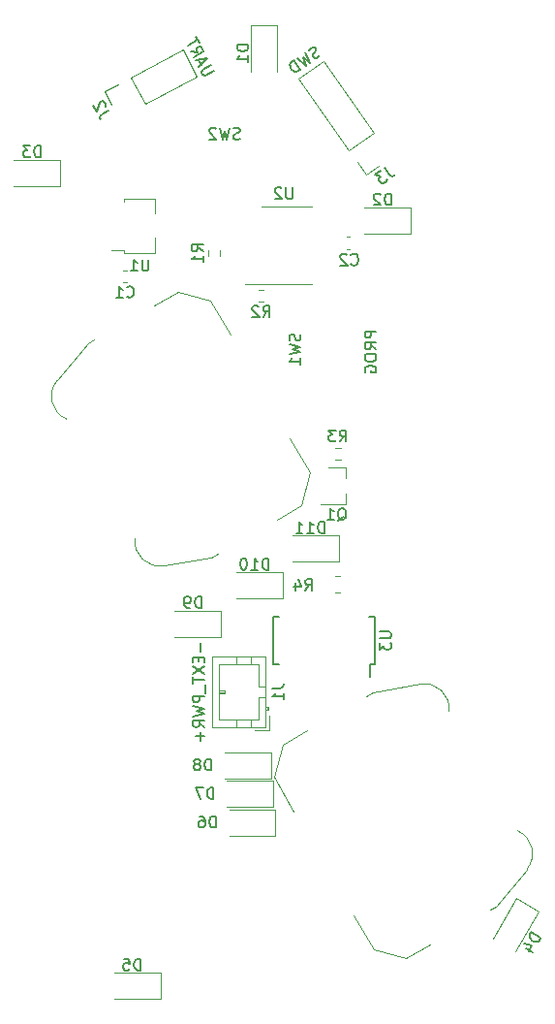
<source format=gbr>
G04 #@! TF.GenerationSoftware,KiCad,Pcbnew,5.1.7*
G04 #@! TF.CreationDate,2020-12-05T21:44:05-08:00*
G04 #@! TF.ProjectId,xmascard2020,786d6173-6361-4726-9432-3032302e6b69,rev?*
G04 #@! TF.SameCoordinates,Original*
G04 #@! TF.FileFunction,Legend,Bot*
G04 #@! TF.FilePolarity,Positive*
%FSLAX46Y46*%
G04 Gerber Fmt 4.6, Leading zero omitted, Abs format (unit mm)*
G04 Created by KiCad (PCBNEW 5.1.7) date 2020-12-05 21:44:05*
%MOMM*%
%LPD*%
G01*
G04 APERTURE LIST*
%ADD10C,0.120000*%
%ADD11C,0.150000*%
G04 APERTURE END LIST*
D10*
X116340580Y-81210000D02*
X116059420Y-81210000D01*
X116340580Y-80190000D02*
X116059420Y-80190000D01*
X104246328Y-108150754D02*
X100105527Y-108878677D01*
X112879832Y-100764421D02*
X112118499Y-103605754D01*
X111129832Y-97733332D02*
X112879832Y-100764421D01*
X104179832Y-85695579D02*
X101338499Y-84934246D01*
X93466328Y-89479246D02*
X90765527Y-92701323D01*
X112118499Y-103605754D02*
X109988076Y-104835754D01*
X104791924Y-107835754D02*
X104246328Y-108150754D01*
X101338499Y-84934246D02*
X99208076Y-86164246D01*
X94011924Y-89164246D02*
X93466328Y-89479246D01*
X104179832Y-85695579D02*
X105929832Y-88726668D01*
X90765830Y-92718187D02*
G75*
G03*
X91595483Y-96078848I1646896J-1376167D01*
G01*
X97582845Y-106482322D02*
G75*
G03*
X100105527Y-108878677I2139881J-273324D01*
G01*
X118420168Y-142404421D02*
X116670168Y-139373332D01*
X128588076Y-138935754D02*
X129133672Y-138620754D01*
X121261501Y-143165754D02*
X123391924Y-141935754D01*
X117808076Y-120264246D02*
X118353672Y-119949246D01*
X110481501Y-124494246D02*
X112611924Y-123264246D01*
X129133672Y-138620754D02*
X131834473Y-135398677D01*
X118420168Y-142404421D02*
X121261501Y-143165754D01*
X111470168Y-130366668D02*
X109720168Y-127335579D01*
X109720168Y-127335579D02*
X110481501Y-124494246D01*
X118353672Y-119949246D02*
X122494473Y-119221323D01*
X125017155Y-121617678D02*
G75*
G03*
X122494473Y-119221323I-2139881J273324D01*
G01*
X131834170Y-135381813D02*
G75*
G03*
X131004517Y-132021152I-1646896J1376167D01*
G01*
X96559420Y-84110000D02*
X96840580Y-84110000D01*
X96559420Y-83090000D02*
X96840580Y-83090000D01*
X109310000Y-123260000D02*
X108060000Y-123260000D01*
X109310000Y-122010000D02*
X109310000Y-123260000D01*
X104900000Y-119900000D02*
X105400000Y-119900000D01*
X105400000Y-119800000D02*
X104900000Y-119800000D01*
X105400000Y-120000000D02*
X105400000Y-119800000D01*
X104900000Y-120000000D02*
X105400000Y-120000000D01*
X106400000Y-116840000D02*
X106400000Y-117450000D01*
X107700000Y-116840000D02*
X107700000Y-117450000D01*
X106400000Y-122960000D02*
X106400000Y-122350000D01*
X107700000Y-122960000D02*
X107700000Y-122350000D01*
X108400000Y-119400000D02*
X109010000Y-119400000D01*
X108400000Y-117450000D02*
X108400000Y-119400000D01*
X104900000Y-117450000D02*
X108400000Y-117450000D01*
X104900000Y-122350000D02*
X104900000Y-117450000D01*
X108400000Y-122350000D02*
X104900000Y-122350000D01*
X108400000Y-120400000D02*
X108400000Y-122350000D01*
X109010000Y-120400000D02*
X108400000Y-120400000D01*
X109110000Y-121200000D02*
X109110000Y-121500000D01*
X109210000Y-121500000D02*
X109010000Y-121500000D01*
X109210000Y-121200000D02*
X109210000Y-121500000D01*
X109010000Y-121200000D02*
X109210000Y-121200000D01*
X109010000Y-116840000D02*
X109010000Y-122960000D01*
X104290000Y-116840000D02*
X109010000Y-116840000D01*
X104290000Y-122960000D02*
X104290000Y-116840000D01*
X109010000Y-122960000D02*
X104290000Y-122960000D01*
X94901283Y-67450077D02*
X95525680Y-68624397D01*
X96075603Y-66825680D02*
X94901283Y-67450077D01*
X97196946Y-66229451D02*
X98445741Y-68578091D01*
X98445741Y-68578091D02*
X102984091Y-66165008D01*
X97196946Y-66229451D02*
X101735297Y-63816367D01*
X101735297Y-63816367D02*
X102984091Y-66165008D01*
X117773384Y-74752329D02*
X118862857Y-73989472D01*
X117010528Y-73662857D02*
X117773384Y-74752329D01*
X116282086Y-72622534D02*
X118461030Y-71096820D01*
X118461030Y-71096820D02*
X114055963Y-64805733D01*
X116282086Y-72622534D02*
X111877019Y-66331446D01*
X111877019Y-66331446D02*
X114055963Y-64805733D01*
X115960000Y-100320000D02*
X114500000Y-100320000D01*
X115960000Y-103480000D02*
X113800000Y-103480000D01*
X115960000Y-103480000D02*
X115960000Y-102550000D01*
X115960000Y-100320000D02*
X115960000Y-101250000D01*
X105022500Y-81362742D02*
X105022500Y-81837258D01*
X103977500Y-81362742D02*
X103977500Y-81837258D01*
X108362742Y-84777500D02*
X108837258Y-84777500D01*
X108362742Y-85822500D02*
X108837258Y-85822500D01*
X115062742Y-99622500D02*
X115537258Y-99622500D01*
X115062742Y-98577500D02*
X115537258Y-98577500D01*
X115527064Y-111235000D02*
X115072936Y-111235000D01*
X115527064Y-109765000D02*
X115072936Y-109765000D01*
X96640000Y-76840000D02*
X96640000Y-77070000D01*
X96640000Y-81560000D02*
X96640000Y-81330000D01*
X96640000Y-81560000D02*
X99360000Y-81560000D01*
X99360000Y-81560000D02*
X99360000Y-80250000D01*
X95500000Y-81330000D02*
X96640000Y-81330000D01*
X99360000Y-76840000D02*
X96640000Y-76840000D01*
X99360000Y-78150000D02*
X99360000Y-76840000D01*
X110800000Y-84285000D02*
X107200000Y-84285000D01*
X110800000Y-84285000D02*
X113000000Y-84285000D01*
X110800000Y-77515000D02*
X108600000Y-77515000D01*
X110800000Y-77515000D02*
X113000000Y-77515000D01*
D11*
X118100000Y-117475000D02*
X118100000Y-118600000D01*
X109625000Y-117475000D02*
X109625000Y-113325000D01*
X118575000Y-117475000D02*
X118575000Y-113325000D01*
X109625000Y-117475000D02*
X110182500Y-117475000D01*
X109625000Y-113325000D02*
X110182500Y-113325000D01*
X118575000Y-113325000D02*
X118017500Y-113325000D01*
X118575000Y-117475000D02*
X118100000Y-117475000D01*
D10*
X121688024Y-79894000D02*
X117628024Y-79894000D01*
X121688024Y-77624000D02*
X121688024Y-79894000D01*
X117628024Y-77624000D02*
X121688024Y-77624000D01*
X107724436Y-65715000D02*
X107724436Y-61655000D01*
X107724436Y-61655000D02*
X109994436Y-61655000D01*
X109994436Y-61655000D02*
X109994436Y-65715000D01*
X91050972Y-75718000D02*
X86990972Y-75718000D01*
X91050972Y-73448000D02*
X91050972Y-75718000D01*
X86990972Y-73448000D02*
X91050972Y-73448000D01*
X132889019Y-139066078D02*
X130859019Y-142582141D01*
X130923141Y-137931078D02*
X132889019Y-139066078D01*
X128893141Y-141447141D02*
X130923141Y-137931078D01*
X105800000Y-130165000D02*
X109860000Y-130165000D01*
X109860000Y-130165000D02*
X109860000Y-132435000D01*
X109860000Y-132435000D02*
X105800000Y-132435000D01*
X109660000Y-129935000D02*
X105600000Y-129935000D01*
X109660000Y-127665000D02*
X109660000Y-129935000D01*
X105600000Y-127665000D02*
X109660000Y-127665000D01*
X105400000Y-125165000D02*
X109460000Y-125165000D01*
X109460000Y-125165000D02*
X109460000Y-127435000D01*
X109460000Y-127435000D02*
X105400000Y-127435000D01*
X99793344Y-146708000D02*
X95733344Y-146708000D01*
X99793344Y-144438000D02*
X99793344Y-146708000D01*
X95733344Y-144438000D02*
X99793344Y-144438000D01*
X101038279Y-112806000D02*
X105098279Y-112806000D01*
X105098279Y-112806000D02*
X105098279Y-115076000D01*
X105098279Y-115076000D02*
X101038279Y-115076000D01*
X110509830Y-111738000D02*
X106449830Y-111738000D01*
X110509830Y-109468000D02*
X110509830Y-111738000D01*
X106449830Y-109468000D02*
X110509830Y-109468000D01*
X111307443Y-106258000D02*
X115367443Y-106258000D01*
X115367443Y-106258000D02*
X115367443Y-108528000D01*
X115367443Y-108528000D02*
X111307443Y-108528000D01*
D11*
X116466666Y-82557142D02*
X116514285Y-82604761D01*
X116657142Y-82652380D01*
X116752380Y-82652380D01*
X116895238Y-82604761D01*
X116990476Y-82509523D01*
X117038095Y-82414285D01*
X117085714Y-82223809D01*
X117085714Y-82080952D01*
X117038095Y-81890476D01*
X116990476Y-81795238D01*
X116895238Y-81700000D01*
X116752380Y-81652380D01*
X116657142Y-81652380D01*
X116514285Y-81700000D01*
X116466666Y-81747619D01*
X116085714Y-81747619D02*
X116038095Y-81700000D01*
X115942857Y-81652380D01*
X115704761Y-81652380D01*
X115609523Y-81700000D01*
X115561904Y-81747619D01*
X115514285Y-81842857D01*
X115514285Y-81938095D01*
X115561904Y-82080952D01*
X116133333Y-82652380D01*
X115514285Y-82652380D01*
X96866666Y-85387142D02*
X96914285Y-85434761D01*
X97057142Y-85482380D01*
X97152380Y-85482380D01*
X97295238Y-85434761D01*
X97390476Y-85339523D01*
X97438095Y-85244285D01*
X97485714Y-85053809D01*
X97485714Y-84910952D01*
X97438095Y-84720476D01*
X97390476Y-84625238D01*
X97295238Y-84530000D01*
X97152380Y-84482380D01*
X97057142Y-84482380D01*
X96914285Y-84530000D01*
X96866666Y-84577619D01*
X95914285Y-85482380D02*
X96485714Y-85482380D01*
X96200000Y-85482380D02*
X96200000Y-84482380D01*
X96295238Y-84625238D01*
X96390476Y-84720476D01*
X96485714Y-84768095D01*
X109552380Y-119566666D02*
X110266666Y-119566666D01*
X110409523Y-119519047D01*
X110504761Y-119423809D01*
X110552380Y-119280952D01*
X110552380Y-119185714D01*
X110552380Y-120566666D02*
X110552380Y-119995238D01*
X110552380Y-120280952D02*
X109552380Y-120280952D01*
X109695238Y-120185714D01*
X109790476Y-120090476D01*
X109838095Y-119995238D01*
X103271428Y-115638095D02*
X103271428Y-116400000D01*
X103128571Y-116876190D02*
X103128571Y-117209523D01*
X103652380Y-117352380D02*
X103652380Y-116876190D01*
X102652380Y-116876190D01*
X102652380Y-117352380D01*
X102652380Y-117685714D02*
X103652380Y-118352380D01*
X102652380Y-118352380D02*
X103652380Y-117685714D01*
X102652380Y-118590476D02*
X102652380Y-119161904D01*
X103652380Y-118876190D02*
X102652380Y-118876190D01*
X103747619Y-119257142D02*
X103747619Y-120019047D01*
X103652380Y-120257142D02*
X102652380Y-120257142D01*
X102652380Y-120638095D01*
X102700000Y-120733333D01*
X102747619Y-120780952D01*
X102842857Y-120828571D01*
X102985714Y-120828571D01*
X103080952Y-120780952D01*
X103128571Y-120733333D01*
X103176190Y-120638095D01*
X103176190Y-120257142D01*
X102652380Y-121161904D02*
X103652380Y-121400000D01*
X102938095Y-121590476D01*
X103652380Y-121780952D01*
X102652380Y-122019047D01*
X103652380Y-122971428D02*
X103176190Y-122638095D01*
X103652380Y-122400000D02*
X102652380Y-122400000D01*
X102652380Y-122780952D01*
X102700000Y-122876190D01*
X102747619Y-122923809D01*
X102842857Y-122971428D01*
X102985714Y-122971428D01*
X103080952Y-122923809D01*
X103128571Y-122876190D01*
X103176190Y-122780952D01*
X103176190Y-122400000D01*
X103271428Y-123400000D02*
X103271428Y-124161904D01*
X103652380Y-123780952D02*
X102890476Y-123780952D01*
X95282741Y-69131093D02*
X94652064Y-69466430D01*
X94548285Y-69575542D01*
X94508906Y-69704344D01*
X94533928Y-69852835D01*
X94578640Y-69936925D01*
X94997449Y-68797398D02*
X95017138Y-68732997D01*
X95014471Y-68626551D01*
X94902693Y-68416326D01*
X94815936Y-68354591D01*
X94751535Y-68334902D01*
X94645089Y-68337568D01*
X94560999Y-68382280D01*
X94457219Y-68491392D01*
X94220947Y-69264203D01*
X93930322Y-68717617D01*
X104475079Y-65672636D02*
X103760312Y-66052684D01*
X103653866Y-66055350D01*
X103589465Y-66035661D01*
X103502709Y-65973927D01*
X103413285Y-65805746D01*
X103410619Y-65699300D01*
X103430308Y-65634899D01*
X103492043Y-65548142D01*
X104206810Y-65168094D01*
X103374931Y-65125025D02*
X103151373Y-64704574D01*
X103167372Y-65343250D02*
X103893829Y-64579462D01*
X102854391Y-64754618D01*
X102429631Y-63955761D02*
X103006572Y-64026519D01*
X102697900Y-64460302D02*
X103580848Y-63990831D01*
X103402001Y-63654470D01*
X103315245Y-63592735D01*
X103250844Y-63573046D01*
X103144398Y-63575712D01*
X103018262Y-63642780D01*
X102956528Y-63729536D01*
X102936839Y-63793937D01*
X102939505Y-63900383D01*
X103118351Y-64236744D01*
X103178444Y-63234018D02*
X102910174Y-62729477D01*
X102161361Y-63451219D02*
X103044309Y-62981748D01*
X119395382Y-74168848D02*
X119805079Y-74753957D01*
X119926026Y-74843665D01*
X120058667Y-74867053D01*
X120203002Y-74824121D01*
X120281016Y-74769495D01*
X119083324Y-74387353D02*
X118576230Y-74742425D01*
X119067786Y-74863290D01*
X118950764Y-74945230D01*
X118900063Y-75038863D01*
X118888369Y-75105184D01*
X118903988Y-75210511D01*
X119040554Y-75405548D01*
X119134187Y-75456249D01*
X119200508Y-75467943D01*
X119305835Y-75452324D01*
X119539879Y-75288445D01*
X119590580Y-75194811D01*
X119602274Y-75128491D01*
X113736782Y-64302573D02*
X113647073Y-64423520D01*
X113452037Y-64560085D01*
X113346709Y-64575705D01*
X113280389Y-64564010D01*
X113186755Y-64513309D01*
X113132129Y-64435295D01*
X113116510Y-64329967D01*
X113128204Y-64263647D01*
X113178905Y-64170013D01*
X113307621Y-64021753D01*
X113358322Y-63928120D01*
X113370017Y-63861799D01*
X113354397Y-63756472D01*
X113299771Y-63678457D01*
X113206138Y-63627756D01*
X113139817Y-63616062D01*
X113034490Y-63631681D01*
X112839453Y-63768247D01*
X112749745Y-63889193D01*
X112449381Y-64041378D02*
X112827921Y-64997096D01*
X112262195Y-64521240D01*
X112515863Y-65215601D01*
X111747251Y-64533015D01*
X112008769Y-65570672D02*
X111435193Y-64751520D01*
X111240156Y-64888086D01*
X111150448Y-65009033D01*
X111127060Y-65141674D01*
X111142679Y-65247001D01*
X111212924Y-65430344D01*
X111294864Y-65547365D01*
X111443124Y-65676081D01*
X111536757Y-65726782D01*
X111669398Y-65750171D01*
X111813733Y-65707238D01*
X112008769Y-65570672D01*
X115295238Y-104947619D02*
X115390476Y-104900000D01*
X115485714Y-104804761D01*
X115628571Y-104661904D01*
X115723809Y-104614285D01*
X115819047Y-104614285D01*
X115771428Y-104852380D02*
X115866666Y-104804761D01*
X115961904Y-104709523D01*
X116009523Y-104519047D01*
X116009523Y-104185714D01*
X115961904Y-103995238D01*
X115866666Y-103900000D01*
X115771428Y-103852380D01*
X115580952Y-103852380D01*
X115485714Y-103900000D01*
X115390476Y-103995238D01*
X115342857Y-104185714D01*
X115342857Y-104519047D01*
X115390476Y-104709523D01*
X115485714Y-104804761D01*
X115580952Y-104852380D01*
X115771428Y-104852380D01*
X114390476Y-104852380D02*
X114961904Y-104852380D01*
X114676190Y-104852380D02*
X114676190Y-103852380D01*
X114771428Y-103995238D01*
X114866666Y-104090476D01*
X114961904Y-104138095D01*
X103522380Y-81433333D02*
X103046190Y-81100000D01*
X103522380Y-80861904D02*
X102522380Y-80861904D01*
X102522380Y-81242857D01*
X102570000Y-81338095D01*
X102617619Y-81385714D01*
X102712857Y-81433333D01*
X102855714Y-81433333D01*
X102950952Y-81385714D01*
X102998571Y-81338095D01*
X103046190Y-81242857D01*
X103046190Y-80861904D01*
X103522380Y-82385714D02*
X103522380Y-81814285D01*
X103522380Y-82100000D02*
X102522380Y-82100000D01*
X102665238Y-82004761D01*
X102760476Y-81909523D01*
X102808095Y-81814285D01*
X108766666Y-87182380D02*
X109100000Y-86706190D01*
X109338095Y-87182380D02*
X109338095Y-86182380D01*
X108957142Y-86182380D01*
X108861904Y-86230000D01*
X108814285Y-86277619D01*
X108766666Y-86372857D01*
X108766666Y-86515714D01*
X108814285Y-86610952D01*
X108861904Y-86658571D01*
X108957142Y-86706190D01*
X109338095Y-86706190D01*
X108385714Y-86277619D02*
X108338095Y-86230000D01*
X108242857Y-86182380D01*
X108004761Y-86182380D01*
X107909523Y-86230000D01*
X107861904Y-86277619D01*
X107814285Y-86372857D01*
X107814285Y-86468095D01*
X107861904Y-86610952D01*
X108433333Y-87182380D01*
X107814285Y-87182380D01*
X115466666Y-98052380D02*
X115800000Y-97576190D01*
X116038095Y-98052380D02*
X116038095Y-97052380D01*
X115657142Y-97052380D01*
X115561904Y-97100000D01*
X115514285Y-97147619D01*
X115466666Y-97242857D01*
X115466666Y-97385714D01*
X115514285Y-97480952D01*
X115561904Y-97528571D01*
X115657142Y-97576190D01*
X116038095Y-97576190D01*
X115133333Y-97052380D02*
X114514285Y-97052380D01*
X114847619Y-97433333D01*
X114704761Y-97433333D01*
X114609523Y-97480952D01*
X114561904Y-97528571D01*
X114514285Y-97623809D01*
X114514285Y-97861904D01*
X114561904Y-97957142D01*
X114609523Y-98004761D01*
X114704761Y-98052380D01*
X114990476Y-98052380D01*
X115085714Y-98004761D01*
X115133333Y-97957142D01*
X112466666Y-111052380D02*
X112800000Y-110576190D01*
X113038095Y-111052380D02*
X113038095Y-110052380D01*
X112657142Y-110052380D01*
X112561904Y-110100000D01*
X112514285Y-110147619D01*
X112466666Y-110242857D01*
X112466666Y-110385714D01*
X112514285Y-110480952D01*
X112561904Y-110528571D01*
X112657142Y-110576190D01*
X113038095Y-110576190D01*
X111609523Y-110385714D02*
X111609523Y-111052380D01*
X111847619Y-110004761D02*
X112085714Y-110719047D01*
X111466666Y-110719047D01*
X112004761Y-88666666D02*
X112052380Y-88809523D01*
X112052380Y-89047619D01*
X112004761Y-89142857D01*
X111957142Y-89190476D01*
X111861904Y-89238095D01*
X111766666Y-89238095D01*
X111671428Y-89190476D01*
X111623809Y-89142857D01*
X111576190Y-89047619D01*
X111528571Y-88857142D01*
X111480952Y-88761904D01*
X111433333Y-88714285D01*
X111338095Y-88666666D01*
X111242857Y-88666666D01*
X111147619Y-88714285D01*
X111100000Y-88761904D01*
X111052380Y-88857142D01*
X111052380Y-89095238D01*
X111100000Y-89238095D01*
X111052380Y-89571428D02*
X112052380Y-89809523D01*
X111338095Y-90000000D01*
X112052380Y-90190476D01*
X111052380Y-90428571D01*
X112052380Y-91333333D02*
X112052380Y-90761904D01*
X112052380Y-91047619D02*
X111052380Y-91047619D01*
X111195238Y-90952380D01*
X111290476Y-90857142D01*
X111338095Y-90761904D01*
X118652380Y-88414285D02*
X117652380Y-88414285D01*
X117652380Y-88795238D01*
X117700000Y-88890476D01*
X117747619Y-88938095D01*
X117842857Y-88985714D01*
X117985714Y-88985714D01*
X118080952Y-88938095D01*
X118128571Y-88890476D01*
X118176190Y-88795238D01*
X118176190Y-88414285D01*
X118652380Y-89985714D02*
X118176190Y-89652380D01*
X118652380Y-89414285D02*
X117652380Y-89414285D01*
X117652380Y-89795238D01*
X117700000Y-89890476D01*
X117747619Y-89938095D01*
X117842857Y-89985714D01*
X117985714Y-89985714D01*
X118080952Y-89938095D01*
X118128571Y-89890476D01*
X118176190Y-89795238D01*
X118176190Y-89414285D01*
X117652380Y-90604761D02*
X117652380Y-90795238D01*
X117700000Y-90890476D01*
X117795238Y-90985714D01*
X117985714Y-91033333D01*
X118319047Y-91033333D01*
X118509523Y-90985714D01*
X118604761Y-90890476D01*
X118652380Y-90795238D01*
X118652380Y-90604761D01*
X118604761Y-90509523D01*
X118509523Y-90414285D01*
X118319047Y-90366666D01*
X117985714Y-90366666D01*
X117795238Y-90414285D01*
X117700000Y-90509523D01*
X117652380Y-90604761D01*
X117700000Y-91985714D02*
X117652380Y-91890476D01*
X117652380Y-91747619D01*
X117700000Y-91604761D01*
X117795238Y-91509523D01*
X117890476Y-91461904D01*
X118080952Y-91414285D01*
X118223809Y-91414285D01*
X118414285Y-91461904D01*
X118509523Y-91509523D01*
X118604761Y-91604761D01*
X118652380Y-91747619D01*
X118652380Y-91842857D01*
X118604761Y-91985714D01*
X118557142Y-92033333D01*
X118223809Y-92033333D01*
X118223809Y-91842857D01*
X106733333Y-71604761D02*
X106590476Y-71652380D01*
X106352380Y-71652380D01*
X106257142Y-71604761D01*
X106209523Y-71557142D01*
X106161904Y-71461904D01*
X106161904Y-71366666D01*
X106209523Y-71271428D01*
X106257142Y-71223809D01*
X106352380Y-71176190D01*
X106542857Y-71128571D01*
X106638095Y-71080952D01*
X106685714Y-71033333D01*
X106733333Y-70938095D01*
X106733333Y-70842857D01*
X106685714Y-70747619D01*
X106638095Y-70700000D01*
X106542857Y-70652380D01*
X106304761Y-70652380D01*
X106161904Y-70700000D01*
X105828571Y-70652380D02*
X105590476Y-71652380D01*
X105400000Y-70938095D01*
X105209523Y-71652380D01*
X104971428Y-70652380D01*
X104638095Y-70747619D02*
X104590476Y-70700000D01*
X104495238Y-70652380D01*
X104257142Y-70652380D01*
X104161904Y-70700000D01*
X104114285Y-70747619D01*
X104066666Y-70842857D01*
X104066666Y-70938095D01*
X104114285Y-71080952D01*
X104685714Y-71652380D01*
X104066666Y-71652380D01*
X98761904Y-82152380D02*
X98761904Y-82961904D01*
X98714285Y-83057142D01*
X98666666Y-83104761D01*
X98571428Y-83152380D01*
X98380952Y-83152380D01*
X98285714Y-83104761D01*
X98238095Y-83057142D01*
X98190476Y-82961904D01*
X98190476Y-82152380D01*
X97190476Y-83152380D02*
X97761904Y-83152380D01*
X97476190Y-83152380D02*
X97476190Y-82152380D01*
X97571428Y-82295238D01*
X97666666Y-82390476D01*
X97761904Y-82438095D01*
X111361904Y-75852380D02*
X111361904Y-76661904D01*
X111314285Y-76757142D01*
X111266666Y-76804761D01*
X111171428Y-76852380D01*
X110980952Y-76852380D01*
X110885714Y-76804761D01*
X110838095Y-76757142D01*
X110790476Y-76661904D01*
X110790476Y-75852380D01*
X110361904Y-75947619D02*
X110314285Y-75900000D01*
X110219047Y-75852380D01*
X109980952Y-75852380D01*
X109885714Y-75900000D01*
X109838095Y-75947619D01*
X109790476Y-76042857D01*
X109790476Y-76138095D01*
X109838095Y-76280952D01*
X110409523Y-76852380D01*
X109790476Y-76852380D01*
X118952380Y-114638095D02*
X119761904Y-114638095D01*
X119857142Y-114685714D01*
X119904761Y-114733333D01*
X119952380Y-114828571D01*
X119952380Y-115019047D01*
X119904761Y-115114285D01*
X119857142Y-115161904D01*
X119761904Y-115209523D01*
X118952380Y-115209523D01*
X118952380Y-115590476D02*
X118952380Y-116209523D01*
X119333333Y-115876190D01*
X119333333Y-116019047D01*
X119380952Y-116114285D01*
X119428571Y-116161904D01*
X119523809Y-116209523D01*
X119761904Y-116209523D01*
X119857142Y-116161904D01*
X119904761Y-116114285D01*
X119952380Y-116019047D01*
X119952380Y-115733333D01*
X119904761Y-115638095D01*
X119857142Y-115590476D01*
X119966119Y-77391380D02*
X119966119Y-76391380D01*
X119728024Y-76391380D01*
X119585166Y-76439000D01*
X119489928Y-76534238D01*
X119442309Y-76629476D01*
X119394690Y-76819952D01*
X119394690Y-76962809D01*
X119442309Y-77153285D01*
X119489928Y-77248523D01*
X119585166Y-77343761D01*
X119728024Y-77391380D01*
X119966119Y-77391380D01*
X119013738Y-76486619D02*
X118966119Y-76439000D01*
X118870881Y-76391380D01*
X118632785Y-76391380D01*
X118537547Y-76439000D01*
X118489928Y-76486619D01*
X118442309Y-76581857D01*
X118442309Y-76677095D01*
X118489928Y-76819952D01*
X119061357Y-77391380D01*
X118442309Y-77391380D01*
X107491816Y-63376904D02*
X106491816Y-63376904D01*
X106491816Y-63615000D01*
X106539436Y-63757857D01*
X106634674Y-63853095D01*
X106729912Y-63900714D01*
X106920388Y-63948333D01*
X107063245Y-63948333D01*
X107253721Y-63900714D01*
X107348959Y-63853095D01*
X107444197Y-63757857D01*
X107491816Y-63615000D01*
X107491816Y-63376904D01*
X107491816Y-64900714D02*
X107491816Y-64329285D01*
X107491816Y-64615000D02*
X106491816Y-64615000D01*
X106634674Y-64519761D01*
X106729912Y-64424523D01*
X106777531Y-64329285D01*
X89329067Y-73215380D02*
X89329067Y-72215380D01*
X89090972Y-72215380D01*
X88948114Y-72263000D01*
X88852876Y-72358238D01*
X88805257Y-72453476D01*
X88757638Y-72643952D01*
X88757638Y-72786809D01*
X88805257Y-72977285D01*
X88852876Y-73072523D01*
X88948114Y-73167761D01*
X89090972Y-73215380D01*
X89329067Y-73215380D01*
X88424305Y-72215380D02*
X87805257Y-72215380D01*
X88138591Y-72596333D01*
X87995733Y-72596333D01*
X87900495Y-72643952D01*
X87852876Y-72691571D01*
X87805257Y-72786809D01*
X87805257Y-73024904D01*
X87852876Y-73120142D01*
X87900495Y-73167761D01*
X87995733Y-73215380D01*
X88281448Y-73215380D01*
X88376686Y-73167761D01*
X88424305Y-73120142D01*
X133060821Y-141386981D02*
X132194795Y-140886981D01*
X132075747Y-141093177D01*
X132045558Y-141240705D01*
X132080418Y-141370802D01*
X132139087Y-141459661D01*
X132280235Y-141596138D01*
X132403952Y-141667567D01*
X132592719Y-141721565D01*
X132699007Y-141727945D01*
X132829105Y-141693086D01*
X132941773Y-141593177D01*
X133060821Y-141386981D01*
X131769185Y-142290827D02*
X132346535Y-142624160D01*
X131558318Y-141894154D02*
X132295955Y-142045100D01*
X131986431Y-142581211D01*
X104638095Y-131752380D02*
X104638095Y-130752380D01*
X104400000Y-130752380D01*
X104257142Y-130800000D01*
X104161904Y-130895238D01*
X104114285Y-130990476D01*
X104066666Y-131180952D01*
X104066666Y-131323809D01*
X104114285Y-131514285D01*
X104161904Y-131609523D01*
X104257142Y-131704761D01*
X104400000Y-131752380D01*
X104638095Y-131752380D01*
X103209523Y-130752380D02*
X103400000Y-130752380D01*
X103495238Y-130800000D01*
X103542857Y-130847619D01*
X103638095Y-130990476D01*
X103685714Y-131180952D01*
X103685714Y-131561904D01*
X103638095Y-131657142D01*
X103590476Y-131704761D01*
X103495238Y-131752380D01*
X103304761Y-131752380D01*
X103209523Y-131704761D01*
X103161904Y-131657142D01*
X103114285Y-131561904D01*
X103114285Y-131323809D01*
X103161904Y-131228571D01*
X103209523Y-131180952D01*
X103304761Y-131133333D01*
X103495238Y-131133333D01*
X103590476Y-131180952D01*
X103638095Y-131228571D01*
X103685714Y-131323809D01*
X104438095Y-129252380D02*
X104438095Y-128252380D01*
X104200000Y-128252380D01*
X104057142Y-128300000D01*
X103961904Y-128395238D01*
X103914285Y-128490476D01*
X103866666Y-128680952D01*
X103866666Y-128823809D01*
X103914285Y-129014285D01*
X103961904Y-129109523D01*
X104057142Y-129204761D01*
X104200000Y-129252380D01*
X104438095Y-129252380D01*
X103533333Y-128252380D02*
X102866666Y-128252380D01*
X103295238Y-129252380D01*
X104238095Y-126752380D02*
X104238095Y-125752380D01*
X104000000Y-125752380D01*
X103857142Y-125800000D01*
X103761904Y-125895238D01*
X103714285Y-125990476D01*
X103666666Y-126180952D01*
X103666666Y-126323809D01*
X103714285Y-126514285D01*
X103761904Y-126609523D01*
X103857142Y-126704761D01*
X104000000Y-126752380D01*
X104238095Y-126752380D01*
X103095238Y-126180952D02*
X103190476Y-126133333D01*
X103238095Y-126085714D01*
X103285714Y-125990476D01*
X103285714Y-125942857D01*
X103238095Y-125847619D01*
X103190476Y-125800000D01*
X103095238Y-125752380D01*
X102904761Y-125752380D01*
X102809523Y-125800000D01*
X102761904Y-125847619D01*
X102714285Y-125942857D01*
X102714285Y-125990476D01*
X102761904Y-126085714D01*
X102809523Y-126133333D01*
X102904761Y-126180952D01*
X103095238Y-126180952D01*
X103190476Y-126228571D01*
X103238095Y-126276190D01*
X103285714Y-126371428D01*
X103285714Y-126561904D01*
X103238095Y-126657142D01*
X103190476Y-126704761D01*
X103095238Y-126752380D01*
X102904761Y-126752380D01*
X102809523Y-126704761D01*
X102761904Y-126657142D01*
X102714285Y-126561904D01*
X102714285Y-126371428D01*
X102761904Y-126276190D01*
X102809523Y-126228571D01*
X102904761Y-126180952D01*
X98071439Y-144205380D02*
X98071439Y-143205380D01*
X97833344Y-143205380D01*
X97690486Y-143253000D01*
X97595248Y-143348238D01*
X97547629Y-143443476D01*
X97500010Y-143633952D01*
X97500010Y-143776809D01*
X97547629Y-143967285D01*
X97595248Y-144062523D01*
X97690486Y-144157761D01*
X97833344Y-144205380D01*
X98071439Y-144205380D01*
X96595248Y-143205380D02*
X97071439Y-143205380D01*
X97119058Y-143681571D01*
X97071439Y-143633952D01*
X96976201Y-143586333D01*
X96738105Y-143586333D01*
X96642867Y-143633952D01*
X96595248Y-143681571D01*
X96547629Y-143776809D01*
X96547629Y-144014904D01*
X96595248Y-144110142D01*
X96642867Y-144157761D01*
X96738105Y-144205380D01*
X96976201Y-144205380D01*
X97071439Y-144157761D01*
X97119058Y-144110142D01*
X103376374Y-112573380D02*
X103376374Y-111573380D01*
X103138279Y-111573380D01*
X102995421Y-111621000D01*
X102900183Y-111716238D01*
X102852564Y-111811476D01*
X102804945Y-112001952D01*
X102804945Y-112144809D01*
X102852564Y-112335285D01*
X102900183Y-112430523D01*
X102995421Y-112525761D01*
X103138279Y-112573380D01*
X103376374Y-112573380D01*
X102328755Y-112573380D02*
X102138279Y-112573380D01*
X102043040Y-112525761D01*
X101995421Y-112478142D01*
X101900183Y-112335285D01*
X101852564Y-112144809D01*
X101852564Y-111763857D01*
X101900183Y-111668619D01*
X101947802Y-111621000D01*
X102043040Y-111573380D01*
X102233517Y-111573380D01*
X102328755Y-111621000D01*
X102376374Y-111668619D01*
X102423993Y-111763857D01*
X102423993Y-112001952D01*
X102376374Y-112097190D01*
X102328755Y-112144809D01*
X102233517Y-112192428D01*
X102043040Y-112192428D01*
X101947802Y-112144809D01*
X101900183Y-112097190D01*
X101852564Y-112001952D01*
X109264115Y-109235380D02*
X109264115Y-108235380D01*
X109026020Y-108235380D01*
X108883163Y-108283000D01*
X108787925Y-108378238D01*
X108740306Y-108473476D01*
X108692687Y-108663952D01*
X108692687Y-108806809D01*
X108740306Y-108997285D01*
X108787925Y-109092523D01*
X108883163Y-109187761D01*
X109026020Y-109235380D01*
X109264115Y-109235380D01*
X107740306Y-109235380D02*
X108311734Y-109235380D01*
X108026020Y-109235380D02*
X108026020Y-108235380D01*
X108121258Y-108378238D01*
X108216496Y-108473476D01*
X108311734Y-108521095D01*
X107121258Y-108235380D02*
X107026020Y-108235380D01*
X106930782Y-108283000D01*
X106883163Y-108330619D01*
X106835544Y-108425857D01*
X106787925Y-108616333D01*
X106787925Y-108854428D01*
X106835544Y-109044904D01*
X106883163Y-109140142D01*
X106930782Y-109187761D01*
X107026020Y-109235380D01*
X107121258Y-109235380D01*
X107216496Y-109187761D01*
X107264115Y-109140142D01*
X107311734Y-109044904D01*
X107359353Y-108854428D01*
X107359353Y-108616333D01*
X107311734Y-108425857D01*
X107264115Y-108330619D01*
X107216496Y-108283000D01*
X107121258Y-108235380D01*
X114121728Y-106025380D02*
X114121728Y-105025380D01*
X113883633Y-105025380D01*
X113740776Y-105073000D01*
X113645538Y-105168238D01*
X113597919Y-105263476D01*
X113550300Y-105453952D01*
X113550300Y-105596809D01*
X113597919Y-105787285D01*
X113645538Y-105882523D01*
X113740776Y-105977761D01*
X113883633Y-106025380D01*
X114121728Y-106025380D01*
X112597919Y-106025380D02*
X113169347Y-106025380D01*
X112883633Y-106025380D02*
X112883633Y-105025380D01*
X112978871Y-105168238D01*
X113074109Y-105263476D01*
X113169347Y-105311095D01*
X111645538Y-106025380D02*
X112216966Y-106025380D01*
X111931252Y-106025380D02*
X111931252Y-105025380D01*
X112026490Y-105168238D01*
X112121728Y-105263476D01*
X112216966Y-105311095D01*
M02*

</source>
